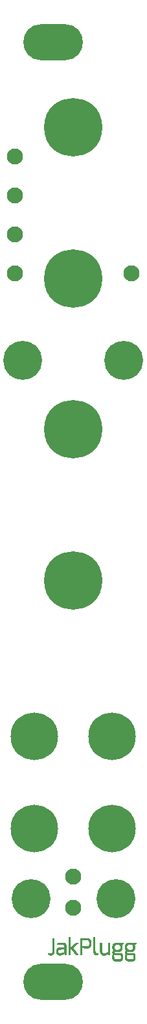
<source format=gts>
G04 DipTrace 3.3.0.0*
G04 uPeaks_panel.GTS*
%MOIN*%
G04 #@! TF.FileFunction,Soldermask,Top*
G04 #@! TF.Part,Single*
%ADD12C,0.001*%
%ADD18C,0.244094*%
%ADD19C,0.2*%
%ADD20C,0.3*%
%ADD21C,0.082677*%
%ADD24O,0.307213X0.185165*%
%FSLAX26Y26*%
G04*
G70*
G90*
G75*
G01*
G04 TopMask*
%LPD*%
D18*
X992000Y1294000D3*
X592000Y1769000D3*
X992000D3*
D19*
X1009500Y933300D3*
D20*
X792000Y3344000D3*
Y4119000D3*
Y4894000D3*
D19*
X1052039Y3698291D3*
X531921D3*
D21*
X792000Y887751D3*
Y1048699D3*
X492000Y4144000D3*
Y4344000D3*
Y4544000D3*
Y4744000D3*
X1092000Y4144000D3*
D18*
X592000Y1294000D3*
D20*
X792000Y2569000D3*
D19*
X575199Y932700D3*
D24*
X685749Y508665D3*
Y5331500D3*
X766890Y737751D2*
D12*
X774890D1*
X893890D2*
X901890D1*
X766890Y736751D2*
X774890D1*
X893890D2*
X901890D1*
X766890Y735751D2*
X774890D1*
X893890D2*
X901890D1*
X766890Y734751D2*
X774890D1*
X893890D2*
X901890D1*
X766890Y733751D2*
X774890D1*
X893890D2*
X901890D1*
X766890Y732751D2*
X774890D1*
X893890D2*
X901890D1*
X683890Y731751D2*
X690890D1*
X766890D2*
X774890D1*
X825890D2*
X863890D1*
X893890D2*
X901890D1*
X683890Y730751D2*
X690890D1*
X766890D2*
X774890D1*
X825890D2*
X867233D1*
X893890D2*
X901890D1*
X683890Y729751D2*
X690890D1*
X766890D2*
X774890D1*
X825890D2*
X869927D1*
X893890D2*
X901890D1*
X683890Y728751D2*
X690890D1*
X766890D2*
X774890D1*
X825890D2*
X871957D1*
X893890D2*
X901890D1*
X683890Y727751D2*
X690890D1*
X766890D2*
X774890D1*
X825890D2*
X873484D1*
X893890D2*
X901890D1*
X683890Y726751D2*
X690890D1*
X766890D2*
X774890D1*
X825890D2*
X874690D1*
X893890D2*
X901890D1*
X683890Y725751D2*
X690890D1*
X766890D2*
X774890D1*
X825890D2*
X875659D1*
X893890D2*
X901890D1*
X683890Y724751D2*
X690890D1*
X766890D2*
X774890D1*
X825890D2*
X876423D1*
X893890D2*
X901890D1*
X683890Y723751D2*
X690890D1*
X766890D2*
X774890D1*
X825890D2*
X877049D1*
X893890D2*
X901890D1*
X683890Y722751D2*
X690890D1*
X766890D2*
X774890D1*
X825890D2*
X833890D1*
X864848D2*
X877605D1*
X893890D2*
X901890D1*
X683890Y721751D2*
X690890D1*
X766890D2*
X774890D1*
X825890D2*
X833890D1*
X866677D2*
X878127D1*
X893890D2*
X901890D1*
X683890Y720751D2*
X690890D1*
X766890D2*
X774890D1*
X825890D2*
X833890D1*
X868235D2*
X878632D1*
X893890D2*
X901890D1*
X683890Y719751D2*
X690890D1*
X766890D2*
X774890D1*
X825890D2*
X833890D1*
X869441D2*
X879099D1*
X893890D2*
X901890D1*
X683890Y718751D2*
X690890D1*
X766890D2*
X774890D1*
X825890D2*
X833890D1*
X870326D2*
X879473D1*
X893890D2*
X901890D1*
X683890Y717751D2*
X690890D1*
X766890D2*
X774890D1*
X825890D2*
X833890D1*
X870974D2*
X879733D1*
X893890D2*
X901890D1*
X683890Y716751D2*
X690890D1*
X766890D2*
X774890D1*
X825890D2*
X833890D1*
X871425D2*
X879974D1*
X893890D2*
X901890D1*
X683890Y715751D2*
X690890D1*
X766890D2*
X774890D1*
X825890D2*
X833890D1*
X871716D2*
X880263D1*
X893890D2*
X901890D1*
X683890Y714751D2*
X690890D1*
X766890D2*
X774890D1*
X825890D2*
X833890D1*
X871968D2*
X880540D1*
X893890D2*
X901890D1*
X683890Y713751D2*
X690890D1*
X766890D2*
X774890D1*
X825890D2*
X833890D1*
X872261D2*
X880722D1*
X893890D2*
X901890D1*
X683890Y712751D2*
X690890D1*
X766890D2*
X774890D1*
X825890D2*
X833890D1*
X872540D2*
X880818D1*
X893890D2*
X901890D1*
X683890Y711751D2*
X690890D1*
X766890D2*
X774890D1*
X825890D2*
X833890D1*
X872722D2*
X880861D1*
X893890D2*
X901890D1*
X683890Y710751D2*
X690890D1*
X766890D2*
X774890D1*
X825890D2*
X833890D1*
X872818D2*
X880879D1*
X893890D2*
X901890D1*
X683890Y709751D2*
X690890D1*
X766890D2*
X774890D1*
X825890D2*
X833890D1*
X872861D2*
X880886D1*
X893890D2*
X901890D1*
X683890Y708751D2*
X690890D1*
X720890D2*
X741890D1*
X766890D2*
X774890D1*
X825890D2*
X833890D1*
X872879D2*
X880888D1*
X893890D2*
X901890D1*
X683890Y707751D2*
X690890D1*
X715486D2*
X743848D1*
X766890D2*
X774890D1*
X803890D2*
X814890D1*
X825890D2*
X833890D1*
X872886D2*
X880889D1*
X893890D2*
X901890D1*
X927890D2*
X935890D1*
X969890D2*
X977890D1*
X1004890D2*
X1047890D1*
X1069890D2*
X1112890D1*
X683890Y706751D2*
X690890D1*
X711243D2*
X745677D1*
X766890D2*
X774890D1*
X802735D2*
X813890D1*
X825890D2*
X833890D1*
X872888D2*
X880890D1*
X893890D2*
X901890D1*
X927890D2*
X935890D1*
X969890D2*
X977890D1*
X1002932D2*
X1047890D1*
X1067932D2*
X1112890D1*
X683890Y705751D2*
X690890D1*
X708019D2*
X747235D1*
X766890D2*
X774890D1*
X801487D2*
X812890D1*
X825890D2*
X833890D1*
X872889D2*
X880890D1*
X893890D2*
X901890D1*
X927890D2*
X935890D1*
X969890D2*
X977890D1*
X1001099D2*
X1047886D1*
X1066099D2*
X1112886D1*
X683890Y704751D2*
X690890D1*
X706723D2*
X748445D1*
X766890D2*
X774890D1*
X800228D2*
X811890D1*
X825890D2*
X833890D1*
X872890D2*
X880890D1*
X893890D2*
X901890D1*
X927890D2*
X935890D1*
X969890D2*
X977890D1*
X999509D2*
X1047831D1*
X1064509D2*
X1112831D1*
X683890Y703751D2*
X690890D1*
X706275D2*
X749365D1*
X766890D2*
X774890D1*
X799053D2*
X810890D1*
X825890D2*
X833890D1*
X872890D2*
X880890D1*
X893890D2*
X901890D1*
X927890D2*
X935890D1*
X969890D2*
X977890D1*
X998207D2*
X1047691D1*
X1063207D2*
X1112691D1*
X683890Y702751D2*
X690890D1*
X706046D2*
X750140D1*
X766890D2*
X774890D1*
X797960D2*
X809890D1*
X825890D2*
X833890D1*
X872890D2*
X880890D1*
X893890D2*
X901890D1*
X927890D2*
X935890D1*
X969890D2*
X977890D1*
X997171D2*
X1046853D1*
X1062171D2*
X1111853D1*
X683890Y701751D2*
X690890D1*
X705945D2*
X750831D1*
X766890D2*
X774890D1*
X796918D2*
X808886D1*
X825890D2*
X833890D1*
X872886D2*
X880886D1*
X893890D2*
X901890D1*
X927890D2*
X935890D1*
X969890D2*
X977890D1*
X996344D2*
X1044774D1*
X1061344D2*
X1109774D1*
X683890Y700751D2*
X690890D1*
X705890D2*
X721890D1*
X738493D2*
X751378D1*
X766890D2*
X774890D1*
X795900D2*
X807851D1*
X825890D2*
X833890D1*
X872851D2*
X880851D1*
X893890D2*
X901890D1*
X927890D2*
X935890D1*
X969890D2*
X977890D1*
X995611D2*
X1042501D1*
X1060611D2*
X1107501D1*
X683890Y699751D2*
X690890D1*
X740627D2*
X751805D1*
X766890D2*
X774890D1*
X794894D2*
X806723D1*
X825890D2*
X833890D1*
X872723D2*
X880723D1*
X893890D2*
X901890D1*
X927890D2*
X935890D1*
X969890D2*
X977890D1*
X994938D2*
X1009479D1*
X1025613D2*
X1040547D1*
X1059938D2*
X1074479D1*
X1090613D2*
X1105547D1*
X683890Y698751D2*
X690890D1*
X742166D2*
X752191D1*
X766890D2*
X774890D1*
X793891D2*
X805484D1*
X825890D2*
X833890D1*
X872480D2*
X880484D1*
X893890D2*
X901890D1*
X927890D2*
X935890D1*
X969890D2*
X977890D1*
X994398D2*
X1006725D1*
X1027903D2*
X1038890D1*
X1059398D2*
X1071725D1*
X1092903D2*
X1103890D1*
X683890Y697751D2*
X690890D1*
X743212D2*
X752511D1*
X766890D2*
X774890D1*
X792890D2*
X804227D1*
X825890D2*
X833890D1*
X872188D2*
X880223D1*
X893890D2*
X901890D1*
X927890D2*
X935890D1*
X969890D2*
X977890D1*
X993974D2*
X1004724D1*
X1029588D2*
X1039506D1*
X1058974D2*
X1069724D1*
X1094588D2*
X1104506D1*
X683890Y696751D2*
X690890D1*
X743930D2*
X752712D1*
X766890D2*
X774890D1*
X791890D2*
X803053D1*
X825890D2*
X833890D1*
X871883D2*
X880014D1*
X893890D2*
X901890D1*
X927890D2*
X935890D1*
X969890D2*
X977890D1*
X993584D2*
X1003276D1*
X1030792D2*
X1040045D1*
X1058584D2*
X1068276D1*
X1095792D2*
X1105045D1*
X683890Y695751D2*
X690890D1*
X744405D2*
X752814D1*
X766890D2*
X774890D1*
X790890D2*
X801960D1*
X825890D2*
X833890D1*
X871511D2*
X879794D1*
X893890D2*
X901890D1*
X927890D2*
X935890D1*
X969890D2*
X977890D1*
X993229D2*
X1002228D1*
X1031689D2*
X1040484D1*
X1058229D2*
X1067228D1*
X1096689D2*
X1105484D1*
X683890Y694751D2*
X690890D1*
X744675D2*
X752860D1*
X766890D2*
X774890D1*
X789886D2*
X800918D1*
X825890D2*
X833890D1*
X871042D2*
X879508D1*
X893890D2*
X901890D1*
X927890D2*
X935890D1*
X969890D2*
X977890D1*
X992901D2*
X1001515D1*
X1032323D2*
X1040851D1*
X1057901D2*
X1066515D1*
X1097323D2*
X1105851D1*
X683890Y693751D2*
X690890D1*
X744838D2*
X752879D1*
X766890D2*
X774890D1*
X788851D2*
X799900D1*
X825890D2*
X833890D1*
X870405D2*
X879199D1*
X893890D2*
X901890D1*
X927890D2*
X935890D1*
X969890D2*
X977890D1*
X992559D2*
X1001018D1*
X1032785D2*
X1041210D1*
X1057559D2*
X1066018D1*
X1097785D2*
X1106210D1*
X683890Y692751D2*
X690890D1*
X745021D2*
X752886D1*
X766890D2*
X774890D1*
X787723D2*
X798894D1*
X825890D2*
X833890D1*
X869477D2*
X878886D1*
X893890D2*
X901890D1*
X927890D2*
X935890D1*
X969890D2*
X977890D1*
X992257D2*
X1000604D1*
X1033184D2*
X1041519D1*
X1057257D2*
X1065604D1*
X1098184D2*
X1106519D1*
X683890Y691751D2*
X690890D1*
X745283D2*
X752888D1*
X766890D2*
X774890D1*
X786484D2*
X797891D1*
X825890D2*
X833890D1*
X868193D2*
X878516D1*
X893890D2*
X901890D1*
X927890D2*
X935890D1*
X969890D2*
X977890D1*
X992064D2*
X1000273D1*
X1033509D2*
X1041714D1*
X1057064D2*
X1065273D1*
X1098509D2*
X1106714D1*
X683890Y690751D2*
X690890D1*
X745548D2*
X752889D1*
X766890D2*
X774890D1*
X785227D2*
X796890D1*
X825890D2*
X833890D1*
X866607D2*
X878085D1*
X893890D2*
X901890D1*
X927890D2*
X935890D1*
X969890D2*
X977890D1*
X991964D2*
X1000070D1*
X1033711D2*
X1041815D1*
X1056964D2*
X1065070D1*
X1098711D2*
X1106815D1*
X683890Y689751D2*
X690890D1*
X745721D2*
X752890D1*
X766890D2*
X774890D1*
X784033D2*
X795890D1*
X825890D2*
X877615D1*
X893890D2*
X901890D1*
X927890D2*
X935890D1*
X969890D2*
X977890D1*
X991919D2*
X999966D1*
X1033814D2*
X1041860D1*
X1056919D2*
X1064966D1*
X1098814D2*
X1106860D1*
X683890Y688751D2*
X690890D1*
X745780D2*
X752890D1*
X766890D2*
X774890D1*
X782750D2*
X794890D1*
X825890D2*
X877092D1*
X893890D2*
X901890D1*
X927890D2*
X935890D1*
X969890D2*
X977890D1*
X991901D2*
X999920D1*
X1033860D2*
X1041879D1*
X1056901D2*
X1064920D1*
X1098860D2*
X1106879D1*
X683890Y687751D2*
X690890D1*
X745695D2*
X752890D1*
X766890D2*
X774890D1*
X780935D2*
X793890D1*
X825890D2*
X876463D1*
X893890D2*
X901890D1*
X927890D2*
X935890D1*
X969890D2*
X977890D1*
X991894D2*
X999901D1*
X1033879D2*
X1041886D1*
X1056894D2*
X1064901D1*
X1098879D2*
X1106886D1*
X683890Y686751D2*
X690890D1*
X745473D2*
X752890D1*
X766890D2*
X774890D1*
X778208D2*
X792890D1*
X825890D2*
X875650D1*
X893890D2*
X901890D1*
X927890D2*
X935890D1*
X969890D2*
X977890D1*
X991891D2*
X999894D1*
X1033886D2*
X1041888D1*
X1056891D2*
X1064894D1*
X1098886D2*
X1106888D1*
X683890Y685751D2*
X690890D1*
X745224D2*
X752890D1*
X766890D2*
X791890D1*
X825890D2*
X874598D1*
X893890D2*
X901890D1*
X927890D2*
X935890D1*
X969890D2*
X977890D1*
X991890D2*
X999891D1*
X1033888D2*
X1041889D1*
X1056890D2*
X1064891D1*
X1098888D2*
X1106889D1*
X683890Y684751D2*
X690890D1*
X745051D2*
X752890D1*
X766890D2*
X790890D1*
X825890D2*
X873242D1*
X893890D2*
X901890D1*
X927890D2*
X935890D1*
X969890D2*
X977890D1*
X991890D2*
X999894D1*
X1033889D2*
X1041886D1*
X1056890D2*
X1064894D1*
X1098889D2*
X1106886D1*
X683890Y683751D2*
X690890D1*
X744954D2*
X752890D1*
X766890D2*
X789890D1*
X825890D2*
X871601D1*
X893890D2*
X901890D1*
X927890D2*
X935890D1*
X969890D2*
X977890D1*
X991894D2*
X999929D1*
X1033886D2*
X1041851D1*
X1056894D2*
X1064929D1*
X1098886D2*
X1106851D1*
X683890Y682751D2*
X690890D1*
X712890D2*
X752890D1*
X766890D2*
X788890D1*
X825890D2*
X833890D1*
X839890D2*
X869780D1*
X893890D2*
X901890D1*
X927890D2*
X935890D1*
X969890D2*
X977890D1*
X991929D2*
X1000056D1*
X1033851D2*
X1041723D1*
X1056929D2*
X1065056D1*
X1098851D2*
X1106723D1*
X683890Y681751D2*
X690890D1*
X711278D2*
X752890D1*
X766890D2*
X787890D1*
X825890D2*
X833890D1*
X850890D2*
X867890D1*
X893890D2*
X901890D1*
X927890D2*
X935890D1*
X969890D2*
X977890D1*
X992056D2*
X1000300D1*
X1033719D2*
X1041484D1*
X1057056D2*
X1065300D1*
X1098719D2*
X1106484D1*
X683890Y680751D2*
X690890D1*
X709778D2*
X752890D1*
X766890D2*
X788735D1*
X825890D2*
X833890D1*
X893890D2*
X901890D1*
X927890D2*
X935890D1*
X969890D2*
X977890D1*
X992296D2*
X1000591D1*
X1033445D2*
X1041223D1*
X1057296D2*
X1065591D1*
X1098445D2*
X1106223D1*
X683890Y679751D2*
X690890D1*
X708501D2*
X752890D1*
X766890D2*
X789487D1*
X825890D2*
X833890D1*
X893890D2*
X901890D1*
X927890D2*
X935890D1*
X969890D2*
X977890D1*
X992556D2*
X1000897D1*
X1033057D2*
X1041014D1*
X1057556D2*
X1065897D1*
X1098057D2*
X1106014D1*
X683890Y678751D2*
X690890D1*
X707505D2*
X752890D1*
X766890D2*
X790228D1*
X825890D2*
X833890D1*
X893890D2*
X901890D1*
X927890D2*
X935890D1*
X969890D2*
X977890D1*
X992766D2*
X1001268D1*
X1032604D2*
X1040794D1*
X1057766D2*
X1066268D1*
X1097604D2*
X1105794D1*
X683890Y677751D2*
X690890D1*
X706681D2*
X752890D1*
X766890D2*
X791049D1*
X825890D2*
X833890D1*
X893890D2*
X901890D1*
X927890D2*
X935890D1*
X969890D2*
X977890D1*
X992990D2*
X1001734D1*
X1032088D2*
X1040508D1*
X1057990D2*
X1066734D1*
X1097088D2*
X1105508D1*
X683890Y676751D2*
X690890D1*
X705966D2*
X742890D1*
X744890D2*
X752890D1*
X766890D2*
X774890D1*
X780886D2*
X791921D1*
X825890D2*
X833890D1*
X893890D2*
X901890D1*
X927890D2*
X935890D1*
X969890D2*
X977890D1*
X993307D2*
X1002339D1*
X1031458D2*
X1040199D1*
X1058307D2*
X1067339D1*
X1096458D2*
X1105199D1*
X683890Y675751D2*
X690890D1*
X705408D2*
X728890D1*
X744890D2*
X752890D1*
X766890D2*
X774890D1*
X781851D2*
X792751D1*
X825890D2*
X833890D1*
X893890D2*
X901890D1*
X927890D2*
X935890D1*
X969890D2*
X977890D1*
X993712D2*
X1003179D1*
X1030607D2*
X1039886D1*
X1058712D2*
X1068179D1*
X1095607D2*
X1104886D1*
X683890Y674751D2*
X690890D1*
X704977D2*
X717086D1*
X744890D2*
X752890D1*
X766890D2*
X774890D1*
X782723D2*
X793494D1*
X825890D2*
X833890D1*
X893890D2*
X901890D1*
X927890D2*
X935890D1*
X969890D2*
X977890D1*
X994172D2*
X1004394D1*
X1029388D2*
X1039516D1*
X1059172D2*
X1069394D1*
X1094388D2*
X1104516D1*
X683890Y673751D2*
X690890D1*
X704589D2*
X715505D1*
X744890D2*
X752890D1*
X766890D2*
X774890D1*
X783484D2*
X794227D1*
X825890D2*
X833890D1*
X893890D2*
X901890D1*
X927890D2*
X935890D1*
X969890D2*
X977890D1*
X994690D2*
X1006146D1*
X1027634D2*
X1039085D1*
X1059690D2*
X1071146D1*
X1092634D2*
X1104085D1*
X683890Y672751D2*
X690890D1*
X704268D2*
X714210D1*
X744890D2*
X752890D1*
X766890D2*
X774890D1*
X784227D2*
X795015D1*
X825890D2*
X833890D1*
X893890D2*
X901890D1*
X927890D2*
X935890D1*
X969890D2*
X977890D1*
X995314D2*
X1008404D1*
X1025376D2*
X1038615D1*
X1060314D2*
X1073404D1*
X1090376D2*
X1103615D1*
X683890Y671751D2*
X690890D1*
X704068D2*
X713214D1*
X744890D2*
X752890D1*
X766890D2*
X774890D1*
X785049D2*
X795794D1*
X825890D2*
X833890D1*
X893890D2*
X901890D1*
X927890D2*
X935890D1*
X969890D2*
X977890D1*
X996086D2*
X1038092D1*
X1061086D2*
X1103092D1*
X683890Y670751D2*
X690890D1*
X703966D2*
X712438D1*
X744890D2*
X752890D1*
X766890D2*
X774890D1*
X785921D2*
X796512D1*
X825890D2*
X833890D1*
X893890D2*
X901890D1*
X927890D2*
X935890D1*
X969890D2*
X977890D1*
X996966D2*
X1037467D1*
X1061966D2*
X1102467D1*
X683890Y669751D2*
X690890D1*
X703920D2*
X712156D1*
X744890D2*
X752890D1*
X766890D2*
X774890D1*
X786751D2*
X797234D1*
X825890D2*
X833890D1*
X893890D2*
X901890D1*
X927890D2*
X935890D1*
X969890D2*
X977890D1*
X997890D2*
X1036689D1*
X1062890D2*
X1101689D1*
X683890Y668751D2*
X690890D1*
X703901D2*
X712003D1*
X744890D2*
X752890D1*
X766890D2*
X774890D1*
X787494D2*
X798018D1*
X825890D2*
X833890D1*
X893890D2*
X901890D1*
X927890D2*
X935890D1*
X969890D2*
X977890D1*
X996586D2*
X1035764D1*
X1061586D2*
X1100764D1*
X683890Y667751D2*
X690890D1*
X703894D2*
X711934D1*
X744890D2*
X752890D1*
X766890D2*
X774890D1*
X788231D2*
X798795D1*
X825890D2*
X833890D1*
X893890D2*
X901890D1*
X927890D2*
X935890D1*
X969890D2*
X977890D1*
X995420D2*
X1034636D1*
X1060420D2*
X1099636D1*
X683886Y666751D2*
X690890D1*
X703891D2*
X711906D1*
X744890D2*
X752890D1*
X766890D2*
X774890D1*
X789050D2*
X799512D1*
X825890D2*
X833890D1*
X893894D2*
X901890D1*
X927890D2*
X935890D1*
X969890D2*
X977890D1*
X994506D2*
X1033136D1*
X1059506D2*
X1098136D1*
X683851Y665751D2*
X690890D1*
X703890D2*
X711896D1*
X744890D2*
X752890D1*
X766890D2*
X774890D1*
X789922D2*
X800238D1*
X825890D2*
X833890D1*
X893929D2*
X901894D1*
X927890D2*
X935890D1*
X969890D2*
X977890D1*
X993796D2*
X1031019D1*
X1058796D2*
X1096019D1*
X683723Y664751D2*
X690890D1*
X703890D2*
X711892D1*
X744890D2*
X752890D1*
X766890D2*
X774890D1*
X790751D2*
X801053D1*
X825890D2*
X833890D1*
X894056D2*
X901929D1*
X927890D2*
X935890D1*
X969890D2*
X977890D1*
X993204D2*
X1028167D1*
X1058204D2*
X1093167D1*
X683484Y663751D2*
X690890D1*
X703890D2*
X711890D1*
X744886D2*
X752890D1*
X766890D2*
X774890D1*
X791494D2*
X801922D1*
X825890D2*
X833890D1*
X894296D2*
X902056D1*
X927894D2*
X935894D1*
X969886D2*
X977890D1*
X992702D2*
X1024890D1*
X1057702D2*
X1089890D1*
X683223Y662751D2*
X690890D1*
X703890D2*
X711890D1*
X744839D2*
X752890D1*
X766890D2*
X774890D1*
X792231D2*
X802752D1*
X825890D2*
X833890D1*
X894552D2*
X902300D1*
X927929D2*
X935929D1*
X969843D2*
X977890D1*
X992318D2*
X1001086D1*
X1057318D2*
X1066086D1*
X683014Y661751D2*
X690890D1*
X703890D2*
X711890D1*
X744722D2*
X752890D1*
X766890D2*
X774890D1*
X793050D2*
X803494D1*
X825890D2*
X833890D1*
X894727D2*
X902591D1*
X928056D2*
X936060D1*
X969737D2*
X977890D1*
X992088D2*
X1000501D1*
X1057088D2*
X1065501D1*
X682790Y660751D2*
X690890D1*
X703890D2*
X711894D1*
X744095D2*
X752890D1*
X766890D2*
X774890D1*
X793922D2*
X804227D1*
X825890D2*
X833890D1*
X894823D2*
X902897D1*
X928300D2*
X936339D1*
X969216D2*
X977890D1*
X991973D2*
X1000174D1*
X1056973D2*
X1065174D1*
X682473Y659751D2*
X690886D1*
X703894D2*
X711933D1*
X742399D2*
X752890D1*
X766890D2*
X774890D1*
X794751D2*
X805015D1*
X825890D2*
X833890D1*
X894901D2*
X903272D1*
X928591D2*
X936762D1*
X967874D2*
X977890D1*
X991922D2*
X999998D1*
X1056922D2*
X1064998D1*
X682064Y658751D2*
X690851D1*
X703929D2*
X712099D1*
X740021D2*
X752890D1*
X766890D2*
X774890D1*
X795494D2*
X805794D1*
X825890D2*
X833890D1*
X895046D2*
X903780D1*
X928897D2*
X937346D1*
X966056D2*
X977890D1*
X991906D2*
X1000190D1*
X1056906D2*
X1065190D1*
X681565Y657751D2*
X690723D1*
X704056D2*
X712411D1*
X736926D2*
X752890D1*
X766890D2*
X774890D1*
X796231D2*
X806512D1*
X825890D2*
X833890D1*
X895296D2*
X904425D1*
X929264D2*
X938140D1*
X963819D2*
X977890D1*
X991933D2*
X1001089D1*
X1056933D2*
X1066089D1*
X680845Y656751D2*
X690480D1*
X704300D2*
X713240D1*
X732921D2*
X752890D1*
X766890D2*
X774890D1*
X797050D2*
X807238D1*
X825890D2*
X833890D1*
X895590D2*
X905921D1*
X929695D2*
X939186D1*
X961169D2*
X977890D1*
X992062D2*
X1002387D1*
X1057062D2*
X1067387D1*
X679857Y655751D2*
X690188D1*
X704595D2*
X715697D1*
X727357D2*
X752890D1*
X766890D2*
X774890D1*
X797922D2*
X808053D1*
X825890D2*
X833890D1*
X895897D2*
X908056D1*
X930165D2*
X940535D1*
X958050D2*
X977890D1*
X992335D2*
X1033890D1*
X1057335D2*
X1098890D1*
X676744Y654751D2*
X689883D1*
X704932D2*
X719758D1*
X719739D2*
X752890D1*
X766890D2*
X774890D1*
X798751D2*
X808922D1*
X825890D2*
X833890D1*
X896268D2*
X910796D1*
X930687D2*
X942153D1*
X954552D2*
X977890D1*
X992727D2*
X1035964D1*
X1057727D2*
X1100964D1*
X661890Y653751D2*
X666890D1*
X671886D2*
X689511D1*
X705396D2*
X752890D1*
X766890D2*
X774890D1*
X799494D2*
X809752D1*
X825890D2*
X833890D1*
X896734D2*
X913667D1*
X931313D2*
X977890D1*
X993211D2*
X1037751D1*
X1058211D2*
X1102751D1*
X661739Y652751D2*
X689046D1*
X705973D2*
X743082D1*
X745928D2*
X752890D1*
X766890D2*
X774890D1*
X800231D2*
X810494D1*
X825890D2*
X833890D1*
X897332D2*
X916013D1*
X932086D2*
X968044D1*
X969731D2*
X977890D1*
X993811D2*
X1039173D1*
X1058811D2*
X1104173D1*
X661530Y651751D2*
X688444D1*
X706592D2*
X740458D1*
X746056D2*
X752890D1*
X766890D2*
X774890D1*
X801050D2*
X811227D1*
X825890D2*
X833890D1*
X898097D2*
X917779D1*
X932973D2*
X966292D1*
X970444D2*
X977890D1*
X994471D2*
X1040234D1*
X1059471D2*
X1105234D1*
X661339Y650751D2*
X687643D1*
X707311D2*
X737957D1*
X746300D2*
X752890D1*
X766890D2*
X774890D1*
X801922D2*
X812015D1*
X825890D2*
X833890D1*
X899018D2*
X918462D1*
X933926D2*
X964547D1*
X971023D2*
X977890D1*
X995088D2*
X1041083D1*
X1060088D2*
X1106083D1*
X661559Y649751D2*
X686583D1*
X708281D2*
X735381D1*
X746594D2*
X752890D1*
X766890D2*
X774890D1*
X802751D2*
X812793D1*
X825890D2*
X833890D1*
X900132D2*
X918693D1*
X934949D2*
X962683D1*
X971480D2*
X977890D1*
X995205D2*
X1041809D1*
X1060205D2*
X1106809D1*
X662333Y648751D2*
X685115D1*
X709623D2*
X732572D1*
X746924D2*
X752890D1*
X766890D2*
X774890D1*
X803485D2*
X813503D1*
X825890D2*
X833890D1*
X901514D2*
X918811D1*
X936145D2*
X960610D1*
X971880D2*
X977890D1*
X994900D2*
X1042370D1*
X1059900D2*
X1107370D1*
X664173Y647751D2*
X683011D1*
X711393D2*
X729398D1*
X747364D2*
X752890D1*
X766890D2*
X774890D1*
X804181D2*
X814187D1*
X825890D2*
X833890D1*
X903145D2*
X918862D1*
X937699D2*
X958250D1*
X972348D2*
X977890D1*
X994424D2*
X998890D1*
X1002890D2*
X1042801D1*
X1059424D2*
X1063890D1*
X1067890D2*
X1107801D1*
X666792Y646751D2*
X680165D1*
X713544D2*
X725777D1*
X747890D2*
X752890D1*
X766890D2*
X774890D1*
X804890D2*
X814890D1*
X825890D2*
X833890D1*
X904890D2*
X918890D1*
X939680D2*
X955629D1*
X972890D2*
X977890D1*
X993832D2*
X998890D1*
X1033848D2*
X1043190D1*
X1058832D2*
X1063890D1*
X1098848D2*
X1108190D1*
X669890Y645751D2*
X676890D1*
X715890D2*
X721890D1*
X941890D2*
X952890D1*
X993245D2*
X998890D1*
X1034684D2*
X1043511D1*
X1058245D2*
X1063890D1*
X1099684D2*
X1108511D1*
X992725Y644751D2*
X998890D1*
X1035313D2*
X1043712D1*
X1057725D2*
X1063890D1*
X1100313D2*
X1108712D1*
X992329Y643751D2*
X998890D1*
X1035778D2*
X1043814D1*
X1057329D2*
X1063890D1*
X1100778D2*
X1108814D1*
X992093Y642751D2*
X998890D1*
X1036181D2*
X1043860D1*
X1057093D2*
X1063890D1*
X1101181D2*
X1108860D1*
X991975Y641751D2*
X998890D1*
X1036508D2*
X1043879D1*
X1056975D2*
X1063890D1*
X1101508D2*
X1108879D1*
X991923Y640751D2*
X998890D1*
X1036710D2*
X1043886D1*
X1056923D2*
X1063890D1*
X1101710D2*
X1108886D1*
X991902Y639751D2*
X998890D1*
X1036814D2*
X1043888D1*
X1056902D2*
X1063890D1*
X1101814D2*
X1108888D1*
X991894Y638751D2*
X998890D1*
X1036860D2*
X1043889D1*
X1056894D2*
X1063890D1*
X1101860D2*
X1108889D1*
X991891Y637751D2*
X998890D1*
X1036879D2*
X1043890D1*
X1056891D2*
X1063890D1*
X1101879D2*
X1108890D1*
X991890Y636751D2*
X998890D1*
X1036886D2*
X1043890D1*
X1056890D2*
X1063890D1*
X1101886D2*
X1108890D1*
X991890Y635751D2*
X998890D1*
X1036888D2*
X1043890D1*
X1056890D2*
X1063890D1*
X1101888D2*
X1108890D1*
X991890Y634751D2*
X998890D1*
X1036889D2*
X1043890D1*
X1056890D2*
X1063890D1*
X1101889D2*
X1108890D1*
X991890Y633751D2*
X998894D1*
X1036886D2*
X1043890D1*
X1056890D2*
X1063894D1*
X1101886D2*
X1108890D1*
X991890Y632751D2*
X998929D1*
X1036851D2*
X1043890D1*
X1056890D2*
X1063929D1*
X1101851D2*
X1108890D1*
X991890Y631751D2*
X999056D1*
X1036723D2*
X1043890D1*
X1056890D2*
X1064056D1*
X1101723D2*
X1108890D1*
X991890Y630751D2*
X999300D1*
X1036480D2*
X1043890D1*
X1056890D2*
X1064300D1*
X1101480D2*
X1108890D1*
X991890Y629751D2*
X999595D1*
X1036188D2*
X1043890D1*
X1056890D2*
X1064595D1*
X1101188D2*
X1108890D1*
X991894Y628751D2*
X999936D1*
X1035879D2*
X1043886D1*
X1056894D2*
X1064936D1*
X1100879D2*
X1108886D1*
X991929Y627751D2*
X1000443D1*
X1035468D2*
X1043851D1*
X1056929D2*
X1065443D1*
X1100468D2*
X1108851D1*
X992060Y626751D2*
X1001226D1*
X1034836D2*
X1043719D1*
X1057060D2*
X1066226D1*
X1099836D2*
X1108719D1*
X992335Y625751D2*
X1002412D1*
X1033833D2*
X1043445D1*
X1057335D2*
X1067412D1*
X1098833D2*
X1108445D1*
X992723Y624751D2*
X1004154D1*
X1032410D2*
X1043057D1*
X1057723D2*
X1069154D1*
X1097410D2*
X1108057D1*
X993176Y623751D2*
X1006406D1*
X1030705D2*
X1042608D1*
X1058176D2*
X1071406D1*
X1095705D2*
X1107608D1*
X993691Y622751D2*
X1042127D1*
X1058691D2*
X1107127D1*
X994318Y621751D2*
X1041628D1*
X1059318D2*
X1106628D1*
X995126Y620751D2*
X1041060D1*
X1060126D2*
X1106060D1*
X996147Y619751D2*
X1040295D1*
X1061147D2*
X1105295D1*
X997422Y618751D2*
X1039198D1*
X1062422D2*
X1104198D1*
X999067Y617751D2*
X1037684D1*
X1064067D2*
X1102684D1*
X1001348Y616751D2*
X1035600D1*
X1066348D2*
X1100600D1*
X1004406Y615751D2*
X1032902D1*
X1069406D2*
X1097902D1*
X1007890Y614751D2*
X1029890D1*
X1072890D2*
X1094890D1*
X766890Y737751D2*
Y736751D1*
Y735751D1*
Y734751D1*
Y733751D1*
Y732751D1*
Y731751D1*
Y730751D1*
Y729751D1*
Y728751D1*
Y727751D1*
Y726751D1*
Y725751D1*
Y724751D1*
Y723751D1*
Y722751D1*
Y721751D1*
Y720751D1*
Y719751D1*
Y718751D1*
Y717751D1*
Y716751D1*
Y715751D1*
Y714751D1*
Y713751D1*
Y712751D1*
Y711751D1*
Y710751D1*
Y709751D1*
Y708751D1*
Y707751D1*
Y706751D1*
Y705751D1*
Y704751D1*
Y703751D1*
Y702751D1*
Y701751D1*
Y700751D1*
Y699751D1*
Y698751D1*
Y697751D1*
Y696751D1*
Y695751D1*
Y694751D1*
Y693751D1*
Y692751D1*
Y691751D1*
Y690751D1*
Y689751D1*
Y688751D1*
Y687751D1*
Y686751D1*
Y685751D1*
Y684751D1*
Y683751D1*
Y682751D1*
Y681751D1*
Y680751D1*
Y679751D1*
Y678751D1*
Y677751D1*
Y676751D1*
Y675751D1*
Y674751D1*
Y673751D1*
Y672751D1*
Y671751D1*
Y670751D1*
Y669751D1*
Y668751D1*
Y667751D1*
Y666751D1*
Y665751D1*
Y664751D1*
Y663751D1*
Y662751D1*
Y661751D1*
Y660751D1*
Y659751D1*
Y658751D1*
Y657751D1*
Y656751D1*
Y655751D1*
Y654751D1*
Y653751D1*
Y652751D1*
Y651751D1*
Y650751D1*
Y649751D1*
Y648751D1*
Y647751D1*
Y646751D1*
X774890Y737751D2*
Y736751D1*
Y735751D1*
Y734751D1*
Y733751D1*
Y732751D1*
Y731751D1*
Y730751D1*
Y729751D1*
Y728751D1*
Y727751D1*
Y726751D1*
Y725751D1*
Y724751D1*
Y723751D1*
Y722751D1*
Y721751D1*
Y720751D1*
Y719751D1*
Y718751D1*
Y717751D1*
Y716751D1*
Y715751D1*
Y714751D1*
Y713751D1*
Y712751D1*
Y711751D1*
Y710751D1*
Y709751D1*
Y708751D1*
Y707751D1*
Y706751D1*
Y705751D1*
Y704751D1*
Y703751D1*
Y702751D1*
Y701751D1*
Y700751D1*
Y699751D1*
Y698751D1*
Y697751D1*
Y696751D1*
Y695751D1*
Y694751D1*
Y693751D1*
Y692751D1*
Y691751D1*
Y690751D1*
Y689751D1*
Y688751D1*
Y687751D1*
Y686751D1*
X779890Y685751D1*
X893890Y737751D2*
Y736751D1*
Y735751D1*
Y734751D1*
Y733751D1*
Y732751D1*
Y731751D1*
Y730751D1*
Y729751D1*
Y728751D1*
Y727751D1*
Y726751D1*
Y725751D1*
Y724751D1*
Y723751D1*
Y722751D1*
Y721751D1*
Y720751D1*
Y719751D1*
Y718751D1*
Y717751D1*
Y716751D1*
Y715751D1*
Y714751D1*
Y713751D1*
Y712751D1*
Y711751D1*
Y710751D1*
Y709751D1*
Y708751D1*
Y707751D1*
Y706751D1*
Y705751D1*
Y704751D1*
Y703751D1*
Y702751D1*
Y701751D1*
Y700751D1*
Y699751D1*
Y698751D1*
Y697751D1*
Y696751D1*
Y695751D1*
Y694751D1*
Y693751D1*
Y692751D1*
Y691751D1*
Y690751D1*
Y689751D1*
Y688751D1*
Y687751D1*
Y686751D1*
Y685751D1*
Y684751D1*
Y683751D1*
Y682751D1*
Y681751D1*
Y680751D1*
Y679751D1*
Y678751D1*
Y677751D1*
Y676751D1*
Y675751D1*
Y674751D1*
Y673751D1*
Y672751D1*
Y671751D1*
Y670751D1*
Y669751D1*
Y668751D1*
Y667751D1*
X893894Y666751D1*
X893929Y665751D1*
X894056Y664751D1*
X894296Y663751D1*
X894552Y662751D1*
X894727Y661751D1*
X894823Y660751D1*
X894901Y659751D1*
X895046Y658751D1*
X895296Y657751D1*
X895590Y656751D1*
X895897Y655751D1*
X896268Y654751D1*
X896734Y653751D1*
X897332Y652751D1*
X898097Y651751D1*
X899018Y650751D1*
X900132Y649751D1*
X901514Y648751D1*
X903145Y647751D1*
X904890Y646751D1*
X901890Y737751D2*
Y736751D1*
Y735751D1*
Y734751D1*
Y733751D1*
Y732751D1*
Y731751D1*
Y730751D1*
Y729751D1*
Y728751D1*
Y727751D1*
Y726751D1*
Y725751D1*
Y724751D1*
Y723751D1*
Y722751D1*
Y721751D1*
Y720751D1*
Y719751D1*
Y718751D1*
Y717751D1*
Y716751D1*
Y715751D1*
Y714751D1*
Y713751D1*
Y712751D1*
Y711751D1*
Y710751D1*
Y709751D1*
Y708751D1*
Y707751D1*
Y706751D1*
Y705751D1*
Y704751D1*
Y703751D1*
Y702751D1*
Y701751D1*
Y700751D1*
Y699751D1*
Y698751D1*
Y697751D1*
Y696751D1*
Y695751D1*
Y694751D1*
Y693751D1*
Y692751D1*
Y691751D1*
Y690751D1*
Y689751D1*
Y688751D1*
Y687751D1*
Y686751D1*
Y685751D1*
Y684751D1*
Y683751D1*
Y682751D1*
Y681751D1*
Y680751D1*
Y679751D1*
Y678751D1*
Y677751D1*
Y676751D1*
Y675751D1*
Y674751D1*
Y673751D1*
Y672751D1*
Y671751D1*
Y670751D1*
Y669751D1*
Y668751D1*
Y667751D1*
Y666751D1*
X901894Y665751D1*
X901929Y664751D1*
X902056Y663751D1*
X902300Y662751D1*
X902591Y661751D1*
X902897Y660751D1*
X903272Y659751D1*
X903780Y658751D1*
X904425Y657751D1*
X905921Y656751D1*
X908056Y655751D1*
X910796Y654751D1*
X913667Y653751D1*
X916013Y652751D1*
X917779Y651751D1*
X918462Y650751D1*
X918693Y649751D1*
X918811Y648751D1*
X918862Y647751D1*
X918890Y646751D1*
X683890Y731751D2*
Y730751D1*
Y729751D1*
Y728751D1*
Y727751D1*
Y726751D1*
Y725751D1*
Y724751D1*
Y723751D1*
Y722751D1*
Y721751D1*
Y720751D1*
Y719751D1*
Y718751D1*
Y717751D1*
Y716751D1*
Y715751D1*
Y714751D1*
Y713751D1*
Y712751D1*
Y711751D1*
Y710751D1*
Y709751D1*
Y708751D1*
Y707751D1*
Y706751D1*
Y705751D1*
Y704751D1*
Y703751D1*
Y702751D1*
Y701751D1*
Y700751D1*
Y699751D1*
Y698751D1*
Y697751D1*
Y696751D1*
Y695751D1*
Y694751D1*
Y693751D1*
Y692751D1*
Y691751D1*
Y690751D1*
Y689751D1*
Y688751D1*
Y687751D1*
Y686751D1*
Y685751D1*
Y684751D1*
Y683751D1*
Y682751D1*
Y681751D1*
Y680751D1*
Y679751D1*
Y678751D1*
Y677751D1*
Y676751D1*
Y675751D1*
Y674751D1*
Y673751D1*
Y672751D1*
Y671751D1*
Y670751D1*
Y669751D1*
Y668751D1*
Y667751D1*
X683886Y666751D1*
X683851Y665751D1*
X683723Y664751D1*
X683484Y663751D1*
X683223Y662751D1*
X683014Y661751D1*
X682790Y660751D1*
X682473Y659751D1*
X682064Y658751D1*
X681565Y657751D1*
X680845Y656751D1*
X679857Y655751D1*
X676744Y654751D1*
X671886Y653751D1*
X665890Y652751D1*
X690890Y731751D2*
Y730751D1*
Y729751D1*
Y728751D1*
Y727751D1*
Y726751D1*
Y725751D1*
Y724751D1*
Y723751D1*
Y722751D1*
Y721751D1*
Y720751D1*
Y719751D1*
Y718751D1*
Y717751D1*
Y716751D1*
Y715751D1*
Y714751D1*
Y713751D1*
Y712751D1*
Y711751D1*
Y710751D1*
Y709751D1*
Y708751D1*
Y707751D1*
Y706751D1*
Y705751D1*
Y704751D1*
Y703751D1*
Y702751D1*
Y701751D1*
Y700751D1*
Y699751D1*
Y698751D1*
Y697751D1*
Y696751D1*
Y695751D1*
Y694751D1*
Y693751D1*
Y692751D1*
Y691751D1*
Y690751D1*
Y689751D1*
Y688751D1*
Y687751D1*
Y686751D1*
Y685751D1*
Y684751D1*
Y683751D1*
Y682751D1*
Y681751D1*
Y680751D1*
Y679751D1*
Y678751D1*
Y677751D1*
Y676751D1*
Y675751D1*
Y674751D1*
Y673751D1*
Y672751D1*
Y671751D1*
Y670751D1*
Y669751D1*
Y668751D1*
Y667751D1*
Y666751D1*
Y665751D1*
Y664751D1*
Y663751D1*
Y662751D1*
Y661751D1*
Y660751D1*
X690886Y659751D1*
X690851Y658751D1*
X690723Y657751D1*
X690480Y656751D1*
X690188Y655751D1*
X689883Y654751D1*
X689511Y653751D1*
X689046Y652751D1*
X688444Y651751D1*
X687643Y650751D1*
X686583Y649751D1*
X685115Y648751D1*
X683011Y647751D1*
X680165Y646751D1*
X676890Y645751D1*
X825890Y731751D2*
Y730751D1*
Y729751D1*
Y728751D1*
Y727751D1*
Y726751D1*
Y725751D1*
Y724751D1*
Y723751D1*
Y722751D1*
Y721751D1*
Y720751D1*
Y719751D1*
Y718751D1*
Y717751D1*
Y716751D1*
Y715751D1*
Y714751D1*
Y713751D1*
Y712751D1*
Y711751D1*
Y710751D1*
Y709751D1*
Y708751D1*
Y707751D1*
Y706751D1*
Y705751D1*
Y704751D1*
Y703751D1*
Y702751D1*
Y701751D1*
Y700751D1*
Y699751D1*
Y698751D1*
Y697751D1*
Y696751D1*
Y695751D1*
Y694751D1*
Y693751D1*
Y692751D1*
Y691751D1*
Y690751D1*
Y689751D1*
Y688751D1*
Y687751D1*
Y686751D1*
Y685751D1*
Y684751D1*
Y683751D1*
Y682751D1*
Y681751D1*
Y680751D1*
Y679751D1*
Y678751D1*
Y677751D1*
Y676751D1*
Y675751D1*
Y674751D1*
Y673751D1*
Y672751D1*
Y671751D1*
Y670751D1*
Y669751D1*
Y668751D1*
Y667751D1*
Y666751D1*
Y665751D1*
Y664751D1*
Y663751D1*
Y662751D1*
Y661751D1*
Y660751D1*
Y659751D1*
Y658751D1*
Y657751D1*
Y656751D1*
Y655751D1*
Y654751D1*
Y653751D1*
Y652751D1*
Y651751D1*
Y650751D1*
Y649751D1*
Y648751D1*
Y647751D1*
Y646751D1*
X863890Y731751D2*
X867233Y730751D1*
X869927Y729751D1*
X871957Y728751D1*
X873484Y727751D1*
X874690Y726751D1*
X875659Y725751D1*
X876423Y724751D1*
X877049Y723751D1*
X877605Y722751D1*
X878127Y721751D1*
X878632Y720751D1*
X879099Y719751D1*
X879473Y718751D1*
X879733Y717751D1*
X879974Y716751D1*
X880263Y715751D1*
X880540Y714751D1*
X880722Y713751D1*
X880818Y712751D1*
X880861Y711751D1*
X880879Y710751D1*
X880886Y709751D1*
X880888Y708751D1*
X880889Y707751D1*
X880890Y706751D1*
Y705751D1*
Y704751D1*
Y703751D1*
Y702751D1*
X880886Y701751D1*
X880851Y700751D1*
X880723Y699751D1*
X880484Y698751D1*
X880223Y697751D1*
X880014Y696751D1*
X879794Y695751D1*
X879508Y694751D1*
X879199Y693751D1*
X878886Y692751D1*
X878516Y691751D1*
X878085Y690751D1*
X877615Y689751D1*
X877092Y688751D1*
X876463Y687751D1*
X875650Y686751D1*
X874598Y685751D1*
X873242Y684751D1*
X871601Y683751D1*
X869780Y682751D1*
X867890Y681751D1*
X833890Y723751D2*
Y722751D1*
Y721751D1*
Y720751D1*
Y719751D1*
Y718751D1*
Y717751D1*
Y716751D1*
Y715751D1*
Y714751D1*
Y713751D1*
Y712751D1*
Y711751D1*
Y710751D1*
Y709751D1*
Y708751D1*
Y707751D1*
Y706751D1*
Y705751D1*
Y704751D1*
Y703751D1*
Y702751D1*
Y701751D1*
Y700751D1*
Y699751D1*
Y698751D1*
Y697751D1*
Y696751D1*
Y695751D1*
Y694751D1*
Y693751D1*
Y692751D1*
Y691751D1*
Y690751D1*
Y689751D1*
X862890Y723751D2*
X864848Y722751D1*
X866677Y721751D1*
X868235Y720751D1*
X869441Y719751D1*
X870326Y718751D1*
X870974Y717751D1*
X871425Y716751D1*
X871716Y715751D1*
X871968Y714751D1*
X872261Y713751D1*
X872540Y712751D1*
X872722Y711751D1*
X872818Y710751D1*
X872861Y709751D1*
X872879Y708751D1*
X872886Y707751D1*
X872888Y706751D1*
X872889Y705751D1*
X872890Y704751D1*
Y703751D1*
Y702751D1*
X872886Y701751D1*
X872851Y700751D1*
X872723Y699751D1*
X872480Y698751D1*
X872188Y697751D1*
X871883Y696751D1*
X871511Y695751D1*
X871042Y694751D1*
X870405Y693751D1*
X869477Y692751D1*
X868193Y691751D1*
X866607Y690751D1*
X864890Y689751D1*
X720890Y708751D2*
X715486Y707751D1*
X711243Y706751D1*
X708019Y705751D1*
X706723Y704751D1*
X706275Y703751D1*
X706046Y702751D1*
X705945Y701751D1*
X705890Y700751D1*
X741890Y708751D2*
X743848Y707751D1*
X745677Y706751D1*
X747235Y705751D1*
X748445Y704751D1*
X749365Y703751D1*
X750140Y702751D1*
X750831Y701751D1*
X751378Y700751D1*
X751805Y699751D1*
X752191Y698751D1*
X752511Y697751D1*
X752712Y696751D1*
X752814Y695751D1*
X752860Y694751D1*
X752879Y693751D1*
X752886Y692751D1*
X752888Y691751D1*
X752889Y690751D1*
X752890Y689751D1*
Y688751D1*
Y687751D1*
Y686751D1*
Y685751D1*
Y684751D1*
Y683751D1*
Y682751D1*
Y681751D1*
Y680751D1*
Y679751D1*
Y678751D1*
Y677751D1*
Y676751D1*
Y675751D1*
Y674751D1*
Y673751D1*
Y672751D1*
Y671751D1*
Y670751D1*
Y669751D1*
Y668751D1*
Y667751D1*
Y666751D1*
Y665751D1*
Y664751D1*
Y663751D1*
Y662751D1*
Y661751D1*
Y660751D1*
Y659751D1*
Y658751D1*
Y657751D1*
Y656751D1*
Y655751D1*
Y654751D1*
Y653751D1*
Y652751D1*
Y651751D1*
Y650751D1*
Y649751D1*
Y648751D1*
Y647751D1*
Y646751D1*
X803890Y707751D2*
X802735Y706751D1*
X801487Y705751D1*
X800228Y704751D1*
X799053Y703751D1*
X797960Y702751D1*
X796918Y701751D1*
X795900Y700751D1*
X794894Y699751D1*
X793891Y698751D1*
X792890Y697751D1*
X791890Y696751D1*
X790890Y695751D1*
X789886Y694751D1*
X788851Y693751D1*
X787723Y692751D1*
X786484Y691751D1*
X785227Y690751D1*
X784033Y689751D1*
X782750Y688751D1*
X780935Y687751D1*
X778208Y686751D1*
X774890Y685751D1*
X814890Y707751D2*
X813890Y706751D1*
X812890Y705751D1*
X811890Y704751D1*
X810890Y703751D1*
X809890Y702751D1*
X808886Y701751D1*
X807851Y700751D1*
X806723Y699751D1*
X805484Y698751D1*
X804227Y697751D1*
X803053Y696751D1*
X801960Y695751D1*
X800918Y694751D1*
X799900Y693751D1*
X798894Y692751D1*
X797891Y691751D1*
X796890Y690751D1*
X795890Y689751D1*
X794890Y688751D1*
X793890Y687751D1*
X792890Y686751D1*
X791890Y685751D1*
X790890Y684751D1*
X789890Y683751D1*
X788890Y682751D1*
X787890Y681751D1*
X788735Y680751D1*
X789487Y679751D1*
X790228Y678751D1*
X791049Y677751D1*
X791921Y676751D1*
X792751Y675751D1*
X793494Y674751D1*
X794227Y673751D1*
X795015Y672751D1*
X795794Y671751D1*
X796512Y670751D1*
X797234Y669751D1*
X798018Y668751D1*
X798795Y667751D1*
X799512Y666751D1*
X800238Y665751D1*
X801053Y664751D1*
X801922Y663751D1*
X802752Y662751D1*
X803494Y661751D1*
X804227Y660751D1*
X805015Y659751D1*
X805794Y658751D1*
X806512Y657751D1*
X807238Y656751D1*
X808053Y655751D1*
X808922Y654751D1*
X809752Y653751D1*
X810494Y652751D1*
X811227Y651751D1*
X812015Y650751D1*
X812793Y649751D1*
X813503Y648751D1*
X814187Y647751D1*
X814890Y646751D1*
X927890Y707751D2*
Y706751D1*
Y705751D1*
Y704751D1*
Y703751D1*
Y702751D1*
Y701751D1*
Y700751D1*
Y699751D1*
Y698751D1*
Y697751D1*
Y696751D1*
Y695751D1*
Y694751D1*
Y693751D1*
Y692751D1*
Y691751D1*
Y690751D1*
Y689751D1*
Y688751D1*
Y687751D1*
Y686751D1*
Y685751D1*
Y684751D1*
Y683751D1*
Y682751D1*
Y681751D1*
Y680751D1*
Y679751D1*
Y678751D1*
Y677751D1*
Y676751D1*
Y675751D1*
Y674751D1*
Y673751D1*
Y672751D1*
Y671751D1*
Y670751D1*
Y669751D1*
Y668751D1*
Y667751D1*
Y666751D1*
Y665751D1*
Y664751D1*
X927894Y663751D1*
X927929Y662751D1*
X928056Y661751D1*
X928300Y660751D1*
X928591Y659751D1*
X928897Y658751D1*
X929264Y657751D1*
X929695Y656751D1*
X930165Y655751D1*
X930687Y654751D1*
X931313Y653751D1*
X932086Y652751D1*
X932973Y651751D1*
X933926Y650751D1*
X934949Y649751D1*
X936145Y648751D1*
X937699Y647751D1*
X939680Y646751D1*
X941890Y645751D1*
X935890Y707751D2*
Y706751D1*
Y705751D1*
Y704751D1*
Y703751D1*
Y702751D1*
Y701751D1*
Y700751D1*
Y699751D1*
Y698751D1*
Y697751D1*
Y696751D1*
Y695751D1*
Y694751D1*
Y693751D1*
Y692751D1*
Y691751D1*
Y690751D1*
Y689751D1*
Y688751D1*
Y687751D1*
Y686751D1*
Y685751D1*
Y684751D1*
Y683751D1*
Y682751D1*
Y681751D1*
Y680751D1*
Y679751D1*
Y678751D1*
Y677751D1*
Y676751D1*
Y675751D1*
Y674751D1*
Y673751D1*
Y672751D1*
Y671751D1*
Y670751D1*
Y669751D1*
Y668751D1*
Y667751D1*
Y666751D1*
Y665751D1*
Y664751D1*
X935894Y663751D1*
X935929Y662751D1*
X936060Y661751D1*
X936339Y660751D1*
X936762Y659751D1*
X937346Y658751D1*
X938140Y657751D1*
X939186Y656751D1*
X940535Y655751D1*
X942153Y654751D1*
X943890Y653751D1*
X969890Y707751D2*
Y706751D1*
Y705751D1*
Y704751D1*
Y703751D1*
Y702751D1*
Y701751D1*
Y700751D1*
Y699751D1*
Y698751D1*
Y697751D1*
Y696751D1*
Y695751D1*
Y694751D1*
Y693751D1*
Y692751D1*
Y691751D1*
Y690751D1*
Y689751D1*
Y688751D1*
Y687751D1*
Y686751D1*
Y685751D1*
Y684751D1*
Y683751D1*
Y682751D1*
Y681751D1*
Y680751D1*
Y679751D1*
Y678751D1*
Y677751D1*
Y676751D1*
Y675751D1*
Y674751D1*
Y673751D1*
Y672751D1*
Y671751D1*
Y670751D1*
Y669751D1*
Y668751D1*
Y667751D1*
Y666751D1*
Y665751D1*
Y664751D1*
X969886Y663751D1*
X969843Y662751D1*
X969737Y661751D1*
X969216Y660751D1*
X967874Y659751D1*
X966056Y658751D1*
X963819Y657751D1*
X961169Y656751D1*
X958050Y655751D1*
X954552Y654751D1*
X950890Y653751D1*
X977890Y707751D2*
Y706751D1*
Y705751D1*
Y704751D1*
Y703751D1*
Y702751D1*
Y701751D1*
Y700751D1*
Y699751D1*
Y698751D1*
Y697751D1*
Y696751D1*
Y695751D1*
Y694751D1*
Y693751D1*
Y692751D1*
Y691751D1*
Y690751D1*
Y689751D1*
Y688751D1*
Y687751D1*
Y686751D1*
Y685751D1*
Y684751D1*
Y683751D1*
Y682751D1*
Y681751D1*
Y680751D1*
Y679751D1*
Y678751D1*
Y677751D1*
Y676751D1*
Y675751D1*
Y674751D1*
Y673751D1*
Y672751D1*
Y671751D1*
Y670751D1*
Y669751D1*
Y668751D1*
Y667751D1*
Y666751D1*
Y665751D1*
Y664751D1*
Y663751D1*
Y662751D1*
Y661751D1*
Y660751D1*
Y659751D1*
Y658751D1*
Y657751D1*
Y656751D1*
Y655751D1*
Y654751D1*
Y653751D1*
Y652751D1*
Y651751D1*
Y650751D1*
Y649751D1*
Y648751D1*
Y647751D1*
Y646751D1*
X1004890Y707751D2*
X1002932Y706751D1*
X1001099Y705751D1*
X999509Y704751D1*
X998207Y703751D1*
X997171Y702751D1*
X996344Y701751D1*
X995611Y700751D1*
X994938Y699751D1*
X994398Y698751D1*
X993974Y697751D1*
X993584Y696751D1*
X993229Y695751D1*
X992901Y694751D1*
X992559Y693751D1*
X992257Y692751D1*
X992064Y691751D1*
X991964Y690751D1*
X991919Y689751D1*
X991901Y688751D1*
X991894Y687751D1*
X991891Y686751D1*
X991890Y685751D1*
Y684751D1*
X991894Y683751D1*
X991929Y682751D1*
X992056Y681751D1*
X992296Y680751D1*
X992556Y679751D1*
X992766Y678751D1*
X992990Y677751D1*
X993307Y676751D1*
X993712Y675751D1*
X994172Y674751D1*
X994690Y673751D1*
X995314Y672751D1*
X996086Y671751D1*
X996966Y670751D1*
X997890Y669751D1*
X996586Y668751D1*
X995420Y667751D1*
X994506Y666751D1*
X993796Y665751D1*
X993204Y664751D1*
X992702Y663751D1*
X992318Y662751D1*
X992088Y661751D1*
X991973Y660751D1*
X991922Y659751D1*
X991906Y658751D1*
X991933Y657751D1*
X992062Y656751D1*
X992335Y655751D1*
X992727Y654751D1*
X993211Y653751D1*
X993811Y652751D1*
X994471Y651751D1*
X995088Y650751D1*
X995205Y649751D1*
X994900Y648751D1*
X994424Y647751D1*
X993832Y646751D1*
X993245Y645751D1*
X992725Y644751D1*
X992329Y643751D1*
X992093Y642751D1*
X991975Y641751D1*
X991923Y640751D1*
X991902Y639751D1*
X991894Y638751D1*
X991891Y637751D1*
X991890Y636751D1*
Y635751D1*
Y634751D1*
Y633751D1*
Y632751D1*
Y631751D1*
Y630751D1*
Y629751D1*
X991894Y628751D1*
X991929Y627751D1*
X992060Y626751D1*
X992335Y625751D1*
X992723Y624751D1*
X993176Y623751D1*
X993691Y622751D1*
X994318Y621751D1*
X995126Y620751D1*
X996147Y619751D1*
X997422Y618751D1*
X999067Y617751D1*
X1001348Y616751D1*
X1004406Y615751D1*
X1007890Y614751D1*
X1047890Y707751D2*
Y706751D1*
X1047886Y705751D1*
X1047831Y704751D1*
X1047691Y703751D1*
X1046853Y702751D1*
X1044774Y701751D1*
X1042501Y700751D1*
X1040547Y699751D1*
X1038890Y698751D1*
X1039506Y697751D1*
X1040045Y696751D1*
X1040484Y695751D1*
X1040851Y694751D1*
X1041210Y693751D1*
X1041519Y692751D1*
X1041714Y691751D1*
X1041815Y690751D1*
X1041860Y689751D1*
X1041879Y688751D1*
X1041886Y687751D1*
X1041888Y686751D1*
X1041889Y685751D1*
X1041886Y684751D1*
X1041851Y683751D1*
X1041723Y682751D1*
X1041484Y681751D1*
X1041223Y680751D1*
X1041014Y679751D1*
X1040794Y678751D1*
X1040508Y677751D1*
X1040199Y676751D1*
X1039886Y675751D1*
X1039516Y674751D1*
X1039085Y673751D1*
X1038615Y672751D1*
X1038092Y671751D1*
X1037467Y670751D1*
X1036689Y669751D1*
X1035764Y668751D1*
X1034636Y667751D1*
X1033136Y666751D1*
X1031019Y665751D1*
X1028167Y664751D1*
X1024890Y663751D1*
X1069890Y707751D2*
X1067932Y706751D1*
X1066099Y705751D1*
X1064509Y704751D1*
X1063207Y703751D1*
X1062171Y702751D1*
X1061344Y701751D1*
X1060611Y700751D1*
X1059938Y699751D1*
X1059398Y698751D1*
X1058974Y697751D1*
X1058584Y696751D1*
X1058229Y695751D1*
X1057901Y694751D1*
X1057559Y693751D1*
X1057257Y692751D1*
X1057064Y691751D1*
X1056964Y690751D1*
X1056919Y689751D1*
X1056901Y688751D1*
X1056894Y687751D1*
X1056891Y686751D1*
X1056890Y685751D1*
Y684751D1*
X1056894Y683751D1*
X1056929Y682751D1*
X1057056Y681751D1*
X1057296Y680751D1*
X1057556Y679751D1*
X1057766Y678751D1*
X1057990Y677751D1*
X1058307Y676751D1*
X1058712Y675751D1*
X1059172Y674751D1*
X1059690Y673751D1*
X1060314Y672751D1*
X1061086Y671751D1*
X1061966Y670751D1*
X1062890Y669751D1*
X1061586Y668751D1*
X1060420Y667751D1*
X1059506Y666751D1*
X1058796Y665751D1*
X1058204Y664751D1*
X1057702Y663751D1*
X1057318Y662751D1*
X1057088Y661751D1*
X1056973Y660751D1*
X1056922Y659751D1*
X1056906Y658751D1*
X1056933Y657751D1*
X1057062Y656751D1*
X1057335Y655751D1*
X1057727Y654751D1*
X1058211Y653751D1*
X1058811Y652751D1*
X1059471Y651751D1*
X1060088Y650751D1*
X1060205Y649751D1*
X1059900Y648751D1*
X1059424Y647751D1*
X1058832Y646751D1*
X1058245Y645751D1*
X1057725Y644751D1*
X1057329Y643751D1*
X1057093Y642751D1*
X1056975Y641751D1*
X1056923Y640751D1*
X1056902Y639751D1*
X1056894Y638751D1*
X1056891Y637751D1*
X1056890Y636751D1*
Y635751D1*
Y634751D1*
Y633751D1*
Y632751D1*
Y631751D1*
Y630751D1*
Y629751D1*
X1056894Y628751D1*
X1056929Y627751D1*
X1057060Y626751D1*
X1057335Y625751D1*
X1057723Y624751D1*
X1058176Y623751D1*
X1058691Y622751D1*
X1059318Y621751D1*
X1060126Y620751D1*
X1061147Y619751D1*
X1062422Y618751D1*
X1064067Y617751D1*
X1066348Y616751D1*
X1069406Y615751D1*
X1072890Y614751D1*
X1112890Y707751D2*
Y706751D1*
X1112886Y705751D1*
X1112831Y704751D1*
X1112691Y703751D1*
X1111853Y702751D1*
X1109774Y701751D1*
X1107501Y700751D1*
X1105547Y699751D1*
X1103890Y698751D1*
X1104506Y697751D1*
X1105045Y696751D1*
X1105484Y695751D1*
X1105851Y694751D1*
X1106210Y693751D1*
X1106519Y692751D1*
X1106714Y691751D1*
X1106815Y690751D1*
X1106860Y689751D1*
X1106879Y688751D1*
X1106886Y687751D1*
X1106888Y686751D1*
X1106889Y685751D1*
X1106886Y684751D1*
X1106851Y683751D1*
X1106723Y682751D1*
X1106484Y681751D1*
X1106223Y680751D1*
X1106014Y679751D1*
X1105794Y678751D1*
X1105508Y677751D1*
X1105199Y676751D1*
X1104886Y675751D1*
X1104516Y674751D1*
X1104085Y673751D1*
X1103615Y672751D1*
X1103092Y671751D1*
X1102467Y670751D1*
X1101689Y669751D1*
X1100764Y668751D1*
X1099636Y667751D1*
X1098136Y666751D1*
X1096019Y665751D1*
X1093167Y664751D1*
X1089890Y663751D1*
X722890Y701751D2*
X721890Y700751D1*
X735890Y701751D2*
X738493Y700751D1*
X740627Y699751D1*
X742166Y698751D1*
X743212Y697751D1*
X743930Y696751D1*
X744405Y695751D1*
X744675Y694751D1*
X744838Y693751D1*
X745021Y692751D1*
X745283Y691751D1*
X745548Y690751D1*
X745721Y689751D1*
X745780Y688751D1*
X745695Y687751D1*
X745473Y686751D1*
X745224Y685751D1*
X745051Y684751D1*
X744954Y683751D1*
X744890Y682751D1*
X1012890Y700751D2*
X1009479Y699751D1*
X1006725Y698751D1*
X1004724Y697751D1*
X1003276Y696751D1*
X1002228Y695751D1*
X1001515Y694751D1*
X1001018Y693751D1*
X1000604Y692751D1*
X1000273Y691751D1*
X1000070Y690751D1*
X999966Y689751D1*
X999920Y688751D1*
X999901Y687751D1*
X999894Y686751D1*
X999891Y685751D1*
X999894Y684751D1*
X999929Y683751D1*
X1000056Y682751D1*
X1000300Y681751D1*
X1000591Y680751D1*
X1000897Y679751D1*
X1001268Y678751D1*
X1001734Y677751D1*
X1002339Y676751D1*
X1003179Y675751D1*
X1004394Y674751D1*
X1006146Y673751D1*
X1008404Y672751D1*
X1010890Y671751D1*
X1022890Y700751D2*
X1025613Y699751D1*
X1027903Y698751D1*
X1029588Y697751D1*
X1030792Y696751D1*
X1031689Y695751D1*
X1032323Y694751D1*
X1032785Y693751D1*
X1033184Y692751D1*
X1033509Y691751D1*
X1033711Y690751D1*
X1033814Y689751D1*
X1033860Y688751D1*
X1033879Y687751D1*
X1033886Y686751D1*
X1033888Y685751D1*
X1033889Y684751D1*
X1033886Y683751D1*
X1033851Y682751D1*
X1033719Y681751D1*
X1033445Y680751D1*
X1033057Y679751D1*
X1032604Y678751D1*
X1032088Y677751D1*
X1031458Y676751D1*
X1030607Y675751D1*
X1029388Y674751D1*
X1027634Y673751D1*
X1025376Y672751D1*
X1022890Y671751D1*
X1077890Y700751D2*
X1074479Y699751D1*
X1071725Y698751D1*
X1069724Y697751D1*
X1068276Y696751D1*
X1067228Y695751D1*
X1066515Y694751D1*
X1066018Y693751D1*
X1065604Y692751D1*
X1065273Y691751D1*
X1065070Y690751D1*
X1064966Y689751D1*
X1064920Y688751D1*
X1064901Y687751D1*
X1064894Y686751D1*
X1064891Y685751D1*
X1064894Y684751D1*
X1064929Y683751D1*
X1065056Y682751D1*
X1065300Y681751D1*
X1065591Y680751D1*
X1065897Y679751D1*
X1066268Y678751D1*
X1066734Y677751D1*
X1067339Y676751D1*
X1068179Y675751D1*
X1069394Y674751D1*
X1071146Y673751D1*
X1073404Y672751D1*
X1075890Y671751D1*
X1087890Y700751D2*
X1090613Y699751D1*
X1092903Y698751D1*
X1094588Y697751D1*
X1095792Y696751D1*
X1096689Y695751D1*
X1097323Y694751D1*
X1097785Y693751D1*
X1098184Y692751D1*
X1098509Y691751D1*
X1098711Y690751D1*
X1098814Y689751D1*
X1098860Y688751D1*
X1098879Y687751D1*
X1098886Y686751D1*
X1098888Y685751D1*
X1098889Y684751D1*
X1098886Y683751D1*
X1098851Y682751D1*
X1098719Y681751D1*
X1098445Y680751D1*
X1098057Y679751D1*
X1097604Y678751D1*
X1097088Y677751D1*
X1096458Y676751D1*
X1095607Y675751D1*
X1094388Y674751D1*
X1092634Y673751D1*
X1090376Y672751D1*
X1087890Y671751D1*
X712890Y682751D2*
X711278Y681751D1*
X709778Y680751D1*
X708501Y679751D1*
X707505Y678751D1*
X706681Y677751D1*
X705966Y676751D1*
X705408Y675751D1*
X704977Y674751D1*
X704589Y673751D1*
X704268Y672751D1*
X704068Y671751D1*
X703966Y670751D1*
X703920Y669751D1*
X703901Y668751D1*
X703894Y667751D1*
X703891Y666751D1*
X703890Y665751D1*
Y664751D1*
Y663751D1*
Y662751D1*
Y661751D1*
Y660751D1*
X703894Y659751D1*
X703929Y658751D1*
X704056Y657751D1*
X704300Y656751D1*
X704595Y655751D1*
X704932Y654751D1*
X705396Y653751D1*
X705973Y652751D1*
X706592Y651751D1*
X707311Y650751D1*
X708281Y649751D1*
X709623Y648751D1*
X711393Y647751D1*
X713544Y646751D1*
X715890Y645751D1*
X833890Y683751D2*
Y682751D1*
Y681751D1*
Y680751D1*
Y679751D1*
Y678751D1*
Y677751D1*
Y676751D1*
Y675751D1*
Y674751D1*
Y673751D1*
Y672751D1*
Y671751D1*
Y670751D1*
Y669751D1*
Y668751D1*
Y667751D1*
Y666751D1*
Y665751D1*
Y664751D1*
Y663751D1*
Y662751D1*
Y661751D1*
Y660751D1*
Y659751D1*
Y658751D1*
Y657751D1*
Y656751D1*
Y655751D1*
Y654751D1*
Y653751D1*
Y652751D1*
Y651751D1*
Y650751D1*
Y649751D1*
Y648751D1*
Y647751D1*
Y646751D1*
X828890Y683751D2*
X839890Y682751D1*
X850890Y681751D1*
X743890Y677751D2*
X742890Y676751D1*
X744890Y677751D2*
Y676751D1*
Y675751D1*
Y674751D1*
Y673751D1*
Y672751D1*
Y671751D1*
Y670751D1*
Y669751D1*
Y668751D1*
Y667751D1*
Y666751D1*
Y665751D1*
Y664751D1*
X744886Y663751D1*
X744839Y662751D1*
X744722Y661751D1*
X744095Y660751D1*
X742399Y659751D1*
X740021Y658751D1*
X736926Y657751D1*
X732921Y656751D1*
X727357Y655751D1*
X719739Y654751D1*
X710890Y653751D1*
X774890Y677751D2*
Y676751D1*
Y675751D1*
Y674751D1*
Y673751D1*
Y672751D1*
Y671751D1*
Y670751D1*
Y669751D1*
Y668751D1*
Y667751D1*
Y666751D1*
Y665751D1*
Y664751D1*
Y663751D1*
Y662751D1*
Y661751D1*
Y660751D1*
Y659751D1*
Y658751D1*
Y657751D1*
Y656751D1*
Y655751D1*
Y654751D1*
Y653751D1*
Y652751D1*
Y651751D1*
Y650751D1*
Y649751D1*
Y648751D1*
Y647751D1*
Y646751D1*
X779890Y677751D2*
X780886Y676751D1*
X781851Y675751D1*
X782723Y674751D1*
X783484Y673751D1*
X784227Y672751D1*
X785049Y671751D1*
X785921Y670751D1*
X786751Y669751D1*
X787494Y668751D1*
X788231Y667751D1*
X789050Y666751D1*
X789922Y665751D1*
X790751Y664751D1*
X791494Y663751D1*
X792231Y662751D1*
X793050Y661751D1*
X793922Y660751D1*
X794751Y659751D1*
X795494Y658751D1*
X796231Y657751D1*
X797050Y656751D1*
X797922Y655751D1*
X798751Y654751D1*
X799494Y653751D1*
X800231Y652751D1*
X801050Y651751D1*
X801922Y650751D1*
X802751Y649751D1*
X803485Y648751D1*
X804181Y647751D1*
X804890Y646751D1*
X729890Y676751D2*
X728890Y675751D1*
X718890D2*
X717086Y674751D1*
X715505Y673751D1*
X714210Y672751D1*
X713214Y671751D1*
X712438Y670751D1*
X712156Y669751D1*
X712003Y668751D1*
X711934Y667751D1*
X711906Y666751D1*
X711896Y665751D1*
X711892Y664751D1*
X711890Y663751D1*
Y662751D1*
Y661751D1*
X711894Y660751D1*
X711933Y659751D1*
X712099Y658751D1*
X712411Y657751D1*
X713240Y656751D1*
X715697Y655751D1*
X719758Y654751D1*
X724890Y653751D1*
X1001890Y663751D2*
X1001086Y662751D1*
X1000501Y661751D1*
X1000174Y660751D1*
X999998Y659751D1*
X1000190Y658751D1*
X1001089Y657751D1*
X1002387Y656751D1*
X1003890Y655751D1*
X1066890Y663751D2*
X1066086Y662751D1*
X1065501Y661751D1*
X1065174Y660751D1*
X1064998Y659751D1*
X1065190Y658751D1*
X1066089Y657751D1*
X1067387Y656751D1*
X1068890Y655751D1*
X1033890D2*
X1035964Y654751D1*
X1037751Y653751D1*
X1039173Y652751D1*
X1040234Y651751D1*
X1041083Y650751D1*
X1041809Y649751D1*
X1042370Y648751D1*
X1042801Y647751D1*
X1043190Y646751D1*
X1043511Y645751D1*
X1043712Y644751D1*
X1043814Y643751D1*
X1043860Y642751D1*
X1043879Y641751D1*
X1043886Y640751D1*
X1043888Y639751D1*
X1043889Y638751D1*
X1043890Y637751D1*
Y636751D1*
Y635751D1*
Y634751D1*
Y633751D1*
Y632751D1*
Y631751D1*
Y630751D1*
Y629751D1*
X1043886Y628751D1*
X1043851Y627751D1*
X1043719Y626751D1*
X1043445Y625751D1*
X1043057Y624751D1*
X1042608Y623751D1*
X1042127Y622751D1*
X1041628Y621751D1*
X1041060Y620751D1*
X1040295Y619751D1*
X1039198Y618751D1*
X1037684Y617751D1*
X1035600Y616751D1*
X1032902Y615751D1*
X1029890Y614751D1*
X1098890Y655751D2*
X1100964Y654751D1*
X1102751Y653751D1*
X1104173Y652751D1*
X1105234Y651751D1*
X1106083Y650751D1*
X1106809Y649751D1*
X1107370Y648751D1*
X1107801Y647751D1*
X1108190Y646751D1*
X1108511Y645751D1*
X1108712Y644751D1*
X1108814Y643751D1*
X1108860Y642751D1*
X1108879Y641751D1*
X1108886Y640751D1*
X1108888Y639751D1*
X1108889Y638751D1*
X1108890Y637751D1*
Y636751D1*
Y635751D1*
Y634751D1*
Y633751D1*
Y632751D1*
Y631751D1*
Y630751D1*
Y629751D1*
X1108886Y628751D1*
X1108851Y627751D1*
X1108719Y626751D1*
X1108445Y625751D1*
X1108057Y624751D1*
X1107608Y623751D1*
X1107127Y622751D1*
X1106628Y621751D1*
X1106060Y620751D1*
X1105295Y619751D1*
X1104198Y618751D1*
X1102684Y617751D1*
X1100600Y616751D1*
X1097902Y615751D1*
X1094890Y614751D1*
X661890Y653751D2*
X661739Y652751D1*
X661530Y651751D1*
X661339Y650751D1*
X661559Y649751D1*
X662333Y648751D1*
X664173Y647751D1*
X666792Y646751D1*
X669890Y645751D1*
X666890Y653751D2*
X667890Y652751D1*
X745890Y653751D2*
X743082Y652751D1*
X740458Y651751D1*
X737957Y650751D1*
X735381Y649751D1*
X732572Y648751D1*
X729398Y647751D1*
X725777Y646751D1*
X721890Y645751D1*
X745890Y653751D2*
X745928Y652751D1*
X746056Y651751D1*
X746300Y650751D1*
X746594Y649751D1*
X746924Y648751D1*
X747364Y647751D1*
X747890Y646751D1*
X969890Y653751D2*
X968044Y652751D1*
X966292Y651751D1*
X964547Y650751D1*
X962683Y649751D1*
X960610Y648751D1*
X958250Y647751D1*
X955629Y646751D1*
X952890Y645751D1*
X968890Y653751D2*
X969731Y652751D1*
X970444Y651751D1*
X971023Y650751D1*
X971480Y649751D1*
X971880Y648751D1*
X972348Y647751D1*
X972890Y646751D1*
X998890Y648751D2*
Y647751D1*
Y646751D1*
Y645751D1*
Y644751D1*
Y643751D1*
Y642751D1*
Y641751D1*
Y640751D1*
Y639751D1*
Y638751D1*
Y637751D1*
Y636751D1*
Y635751D1*
Y634751D1*
X998894Y633751D1*
X998929Y632751D1*
X999056Y631751D1*
X999300Y630751D1*
X999595Y629751D1*
X999936Y628751D1*
X1000443Y627751D1*
X1001226Y626751D1*
X1002412Y625751D1*
X1004154Y624751D1*
X1006406Y623751D1*
X1008890Y622751D1*
X1001890Y648751D2*
X1002890Y647751D1*
X1063890Y648751D2*
Y647751D1*
Y646751D1*
Y645751D1*
Y644751D1*
Y643751D1*
Y642751D1*
Y641751D1*
Y640751D1*
Y639751D1*
Y638751D1*
Y637751D1*
Y636751D1*
Y635751D1*
Y634751D1*
X1063894Y633751D1*
X1063929Y632751D1*
X1064056Y631751D1*
X1064300Y630751D1*
X1064595Y629751D1*
X1064936Y628751D1*
X1065443Y627751D1*
X1066226Y626751D1*
X1067412Y625751D1*
X1069154Y624751D1*
X1071406Y623751D1*
X1073890Y622751D1*
X1066890Y648751D2*
X1067890Y647751D1*
X1032890D2*
X1033848Y646751D1*
X1034684Y645751D1*
X1035313Y644751D1*
X1035778Y643751D1*
X1036181Y642751D1*
X1036508Y641751D1*
X1036710Y640751D1*
X1036814Y639751D1*
X1036860Y638751D1*
X1036879Y637751D1*
X1036886Y636751D1*
X1036888Y635751D1*
X1036889Y634751D1*
X1036886Y633751D1*
X1036851Y632751D1*
X1036723Y631751D1*
X1036480Y630751D1*
X1036188Y629751D1*
X1035879Y628751D1*
X1035468Y627751D1*
X1034836Y626751D1*
X1033833Y625751D1*
X1032410Y624751D1*
X1030705Y623751D1*
X1028890Y622751D1*
X1097890Y647751D2*
X1098848Y646751D1*
X1099684Y645751D1*
X1100313Y644751D1*
X1100778Y643751D1*
X1101181Y642751D1*
X1101508Y641751D1*
X1101710Y640751D1*
X1101814Y639751D1*
X1101860Y638751D1*
X1101879Y637751D1*
X1101886Y636751D1*
X1101888Y635751D1*
X1101889Y634751D1*
X1101886Y633751D1*
X1101851Y632751D1*
X1101723Y631751D1*
X1101480Y630751D1*
X1101188Y629751D1*
X1100879Y628751D1*
X1100468Y627751D1*
X1099836Y626751D1*
X1098833Y625751D1*
X1097410Y624751D1*
X1095705Y623751D1*
X1093890Y622751D1*
M02*

</source>
